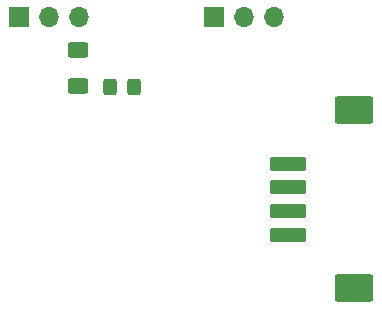
<source format=gbr>
%TF.GenerationSoftware,KiCad,Pcbnew,8.0.1*%
%TF.CreationDate,2024-07-13T23:12:29+02:00*%
%TF.ProjectId,SignalsPort,5369676e-616c-4735-906f-72742e6b6963,rev?*%
%TF.SameCoordinates,Original*%
%TF.FileFunction,Soldermask,Top*%
%TF.FilePolarity,Negative*%
%FSLAX46Y46*%
G04 Gerber Fmt 4.6, Leading zero omitted, Abs format (unit mm)*
G04 Created by KiCad (PCBNEW 8.0.1) date 2024-07-13 23:12:29*
%MOMM*%
%LPD*%
G01*
G04 APERTURE LIST*
G04 Aperture macros list*
%AMRoundRect*
0 Rectangle with rounded corners*
0 $1 Rounding radius*
0 $2 $3 $4 $5 $6 $7 $8 $9 X,Y pos of 4 corners*
0 Add a 4 corners polygon primitive as box body*
4,1,4,$2,$3,$4,$5,$6,$7,$8,$9,$2,$3,0*
0 Add four circle primitives for the rounded corners*
1,1,$1+$1,$2,$3*
1,1,$1+$1,$4,$5*
1,1,$1+$1,$6,$7*
1,1,$1+$1,$8,$9*
0 Add four rect primitives between the rounded corners*
20,1,$1+$1,$2,$3,$4,$5,0*
20,1,$1+$1,$4,$5,$6,$7,0*
20,1,$1+$1,$6,$7,$8,$9,0*
20,1,$1+$1,$8,$9,$2,$3,0*%
G04 Aperture macros list end*
%ADD10RoundRect,0.250000X1.300000X-0.350000X1.300000X0.350000X-1.300000X0.350000X-1.300000X-0.350000X0*%
%ADD11RoundRect,0.250001X1.399999X-0.899999X1.399999X0.899999X-1.399999X0.899999X-1.399999X-0.899999X0*%
%ADD12RoundRect,0.250000X0.325000X0.450000X-0.325000X0.450000X-0.325000X-0.450000X0.325000X-0.450000X0*%
%ADD13R,1.700000X1.700000*%
%ADD14O,1.700000X1.700000*%
%ADD15RoundRect,0.250000X0.625000X-0.400000X0.625000X0.400000X-0.625000X0.400000X-0.625000X-0.400000X0*%
G04 APERTURE END LIST*
D10*
%TO.C,J3*%
X145900000Y-109000000D03*
X145900000Y-107000000D03*
X145900000Y-105000000D03*
X145900000Y-103000000D03*
D11*
X151500000Y-113520000D03*
X151500000Y-98480000D03*
%TD*%
D12*
%TO.C,D1*%
X132925000Y-96500000D03*
X130875000Y-96500000D03*
%TD*%
D13*
%TO.C,J2*%
X123175000Y-90575000D03*
D14*
X125715000Y-90575000D03*
X128255000Y-90575000D03*
%TD*%
D15*
%TO.C,R1*%
X128200000Y-96450000D03*
X128200000Y-93350000D03*
%TD*%
D13*
%TO.C,J1*%
X139675000Y-90575000D03*
D14*
X142215000Y-90575000D03*
X144755000Y-90575000D03*
%TD*%
M02*

</source>
